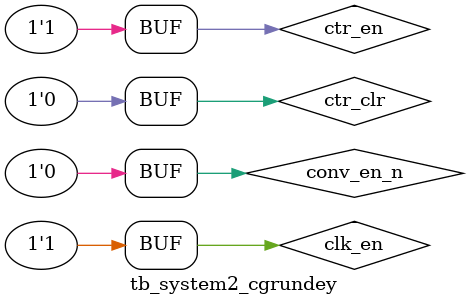
<source format=v>

`timescale 1ns/100ps

module tb_system2_cgrundey();

  reg clk_en, ctr_clr, ctr_en, conv_en_n;
  wire valid, clk_out;
  wire [11:0] reg_out;

  clk #(55) C1(clk_en, clk_out);
  transmit_cgrundey U1(clk_out, ctr_clr, ctr_en, conv_en_n, reg_out);
  receive_cgrundey U2(clk_out, conv_en_n, reg_out, valid);

	initial begin
    clk_en = 1'b1; 			// enable clock
    conv_en_n = 1'b1; 	// disable converters
    ctr_en = 1'b0; 		// disable counter
    ctr_clr	 = 1'b0;
    #10 ctr_clr = 1'b1;  		// clear counter
    #40 ctr_clr = 1'b0;
    #50 ctr_en = 1'b1; 		// enable counter
    #50 conv_en_n = 1'b0; 	// enable converters
	end

endmodule

</source>
